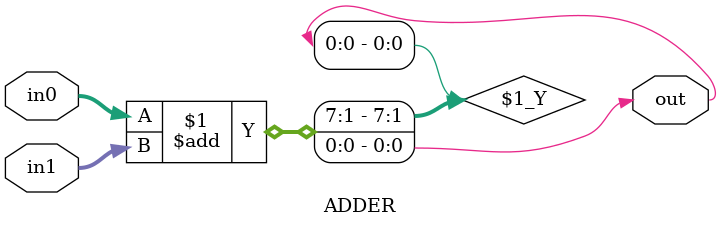
<source format=v>
module ADDER (
	in0,
	in1,
	out
);

input [7:0] in0, in1;
output out;

assign out = in0 + in1;

endmodule

</source>
